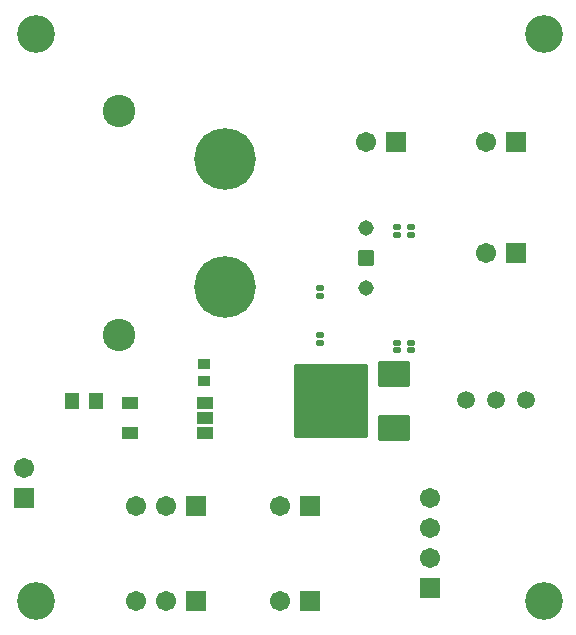
<source format=gbr>
%TF.GenerationSoftware,KiCad,Pcbnew,7.0.1*%
%TF.CreationDate,2023-09-17T16:52:06+09:00*%
%TF.ProjectId,Mix necessary function,4d697820-6e65-4636-9573-736172792066,rev?*%
%TF.SameCoordinates,Original*%
%TF.FileFunction,Soldermask,Top*%
%TF.FilePolarity,Negative*%
%FSLAX46Y46*%
G04 Gerber Fmt 4.6, Leading zero omitted, Abs format (unit mm)*
G04 Created by KiCad (PCBNEW 7.0.1) date 2023-09-17 16:52:06*
%MOMM*%
%LPD*%
G01*
G04 APERTURE LIST*
G04 Aperture macros list*
%AMRoundRect*
0 Rectangle with rounded corners*
0 $1 Rounding radius*
0 $2 $3 $4 $5 $6 $7 $8 $9 X,Y pos of 4 corners*
0 Add a 4 corners polygon primitive as box body*
4,1,4,$2,$3,$4,$5,$6,$7,$8,$9,$2,$3,0*
0 Add four circle primitives for the rounded corners*
1,1,$1+$1,$2,$3*
1,1,$1+$1,$4,$5*
1,1,$1+$1,$6,$7*
1,1,$1+$1,$8,$9*
0 Add four rect primitives between the rounded corners*
20,1,$1+$1,$2,$3,$4,$5,0*
20,1,$1+$1,$4,$5,$6,$7,0*
20,1,$1+$1,$6,$7,$8,$9,0*
20,1,$1+$1,$8,$9,$2,$3,0*%
G04 Aperture macros list end*
%ADD10RoundRect,0.101600X-0.754000X0.754000X-0.754000X-0.754000X0.754000X-0.754000X0.754000X0.754000X0*%
%ADD11C,1.711200*%
%ADD12RoundRect,0.101600X-0.754000X-0.754000X0.754000X-0.754000X0.754000X0.754000X-0.754000X0.754000X0*%
%ADD13RoundRect,0.101600X1.250000X-1.000000X1.250000X1.000000X-1.250000X1.000000X-1.250000X-1.000000X0*%
%ADD14RoundRect,0.101600X3.000000X-3.000000X3.000000X3.000000X-3.000000X3.000000X-3.000000X-3.000000X0*%
%ADD15RoundRect,0.101600X-0.200000X0.175000X-0.200000X-0.175000X0.200000X-0.175000X0.200000X0.175000X0*%
%ADD16C,2.753200*%
%ADD17C,5.219200*%
%ADD18C,1.311200*%
%ADD19RoundRect,0.101600X0.554000X-0.554000X0.554000X0.554000X-0.554000X0.554000X-0.554000X-0.554000X0*%
%ADD20C,1.503200*%
%ADD21C,3.200000*%
%ADD22RoundRect,0.101600X0.400000X-0.350000X0.400000X0.350000X-0.400000X0.350000X-0.400000X-0.350000X0*%
%ADD23RoundRect,0.101600X-0.600000X0.400000X-0.600000X-0.400000X0.600000X-0.400000X0.600000X0.400000X0*%
%ADD24RoundRect,0.101600X-0.500000X-0.600000X0.500000X-0.600000X0.500000X0.600000X-0.500000X0.600000X0*%
G04 APERTURE END LIST*
D10*
%TO.C,LED*%
X160431100Y-127913600D03*
D11*
X160431100Y-125373600D03*
X160431100Y-122833600D03*
X160431100Y-120293600D03*
%TD*%
D12*
%TO.C,AZUSA*%
X167691100Y-99573600D03*
D11*
X165151100Y-99573600D03*
%TD*%
D12*
%TO.C,SW1*%
X167691100Y-90143600D03*
D11*
X165151100Y-90143600D03*
%TD*%
D12*
%TO.C,SW2*%
X157531100Y-90143600D03*
D11*
X154991100Y-90143600D03*
%TD*%
D13*
%TO.C,U$17*%
X157331100Y-109784600D03*
X157331100Y-114384600D03*
D14*
X151981100Y-112084600D03*
%TD*%
D15*
%TO.C,C4*%
X151069100Y-107132600D03*
X151069100Y-106482600D03*
%TD*%
%TO.C,C5*%
X157588100Y-107770600D03*
X157588100Y-107120600D03*
%TD*%
D16*
%TO.C,Lipo\uFF3FTHRU*%
X134101100Y-87553600D03*
X134101100Y-106453600D03*
D17*
X143001100Y-91553600D03*
X143001100Y-102453600D03*
%TD*%
D12*
%TO.C,AZUSA_CON1*%
X150271100Y-129003600D03*
D11*
X147731100Y-129003600D03*
%TD*%
D12*
%TO.C,SERVO1*%
X140541100Y-129003600D03*
D11*
X138001100Y-129003600D03*
X135461100Y-129003600D03*
%TD*%
D18*
%TO.C,U$1*%
X155001100Y-102543600D03*
X155001100Y-97463600D03*
D19*
X155001100Y-100003600D03*
%TD*%
D15*
%TO.C,C1*%
X151069100Y-103171600D03*
X151069100Y-102521600D03*
%TD*%
%TO.C,C2*%
X157588100Y-98002600D03*
X157588100Y-97352600D03*
%TD*%
%TO.C,C3*%
X158779100Y-98002600D03*
X158779100Y-97352600D03*
%TD*%
%TO.C,C6*%
X158779100Y-107770600D03*
X158779100Y-107120600D03*
%TD*%
D20*
%TO.C,LED_SW0*%
X168541100Y-112003600D03*
X163461100Y-112003600D03*
X166001100Y-112003600D03*
%TD*%
D12*
%TO.C,SERVO2*%
X140541100Y-121003600D03*
D11*
X138001100Y-121003600D03*
X135461100Y-121003600D03*
%TD*%
D12*
%TO.C,AZUSA_CON2*%
X150271100Y-121003600D03*
D11*
X147731100Y-121003600D03*
%TD*%
D21*
%TO.C,H1*%
X127001100Y-81003600D03*
%TD*%
%TO.C,H2*%
X170001100Y-81003600D03*
%TD*%
%TO.C,H3*%
X127001100Y-129003600D03*
%TD*%
%TO.C,H4*%
X170001100Y-129003600D03*
%TD*%
D10*
%TO.C,THRU*%
X126001100Y-120273600D03*
D11*
X126001100Y-117733600D03*
%TD*%
D22*
%TO.C,C7*%
X141255100Y-108938600D03*
X141255100Y-110338600D03*
%TD*%
D23*
%TO.C,TLP1*%
X141301100Y-114781600D03*
X141301100Y-112241600D03*
X141301100Y-113511600D03*
X135001100Y-114781600D03*
X135001100Y-112241600D03*
%TD*%
D24*
%TO.C,R1*%
X132081100Y-112032600D03*
X130081100Y-112032600D03*
%TD*%
M02*

</source>
